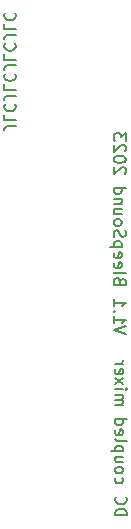
<source format=gbo>
G04 #@! TF.GenerationSoftware,KiCad,Pcbnew,7.0.5.1-1-g8f565ef7f0-dirty-deb11*
G04 #@! TF.CreationDate,2023-06-10T15:43:30+00:00*
G04 #@! TF.ProjectId,Basic-DC-mixer,42617369-632d-4444-932d-6d697865722e,rev?*
G04 #@! TF.SameCoordinates,Original*
G04 #@! TF.FileFunction,Legend,Bot*
G04 #@! TF.FilePolarity,Positive*
%FSLAX46Y46*%
G04 Gerber Fmt 4.6, Leading zero omitted, Abs format (unit mm)*
G04 Created by KiCad (PCBNEW 7.0.5.1-1-g8f565ef7f0-dirty-deb11) date 2023-06-10 15:43:30*
%MOMM*%
%LPD*%
G01*
G04 APERTURE LIST*
%ADD10C,0.150000*%
%ADD11C,0.100000*%
%ADD12O,6.700000X4.200000*%
G04 APERTURE END LIST*
D10*
X82445180Y-110600000D02*
X83445180Y-110600000D01*
X83445180Y-110600000D02*
X83445180Y-110361905D01*
X83445180Y-110361905D02*
X83397561Y-110219048D01*
X83397561Y-110219048D02*
X83302323Y-110123810D01*
X83302323Y-110123810D02*
X83207085Y-110076191D01*
X83207085Y-110076191D02*
X83016609Y-110028572D01*
X83016609Y-110028572D02*
X82873752Y-110028572D01*
X82873752Y-110028572D02*
X82683276Y-110076191D01*
X82683276Y-110076191D02*
X82588038Y-110123810D01*
X82588038Y-110123810D02*
X82492800Y-110219048D01*
X82492800Y-110219048D02*
X82445180Y-110361905D01*
X82445180Y-110361905D02*
X82445180Y-110600000D01*
X82540419Y-109028572D02*
X82492800Y-109076191D01*
X82492800Y-109076191D02*
X82445180Y-109219048D01*
X82445180Y-109219048D02*
X82445180Y-109314286D01*
X82445180Y-109314286D02*
X82492800Y-109457143D01*
X82492800Y-109457143D02*
X82588038Y-109552381D01*
X82588038Y-109552381D02*
X82683276Y-109600000D01*
X82683276Y-109600000D02*
X82873752Y-109647619D01*
X82873752Y-109647619D02*
X83016609Y-109647619D01*
X83016609Y-109647619D02*
X83207085Y-109600000D01*
X83207085Y-109600000D02*
X83302323Y-109552381D01*
X83302323Y-109552381D02*
X83397561Y-109457143D01*
X83397561Y-109457143D02*
X83445180Y-109314286D01*
X83445180Y-109314286D02*
X83445180Y-109219048D01*
X83445180Y-109219048D02*
X83397561Y-109076191D01*
X83397561Y-109076191D02*
X83349942Y-109028572D01*
X82492800Y-107409524D02*
X82445180Y-107504762D01*
X82445180Y-107504762D02*
X82445180Y-107695238D01*
X82445180Y-107695238D02*
X82492800Y-107790476D01*
X82492800Y-107790476D02*
X82540419Y-107838095D01*
X82540419Y-107838095D02*
X82635657Y-107885714D01*
X82635657Y-107885714D02*
X82921371Y-107885714D01*
X82921371Y-107885714D02*
X83016609Y-107838095D01*
X83016609Y-107838095D02*
X83064228Y-107790476D01*
X83064228Y-107790476D02*
X83111847Y-107695238D01*
X83111847Y-107695238D02*
X83111847Y-107504762D01*
X83111847Y-107504762D02*
X83064228Y-107409524D01*
X82445180Y-106838095D02*
X82492800Y-106933333D01*
X82492800Y-106933333D02*
X82540419Y-106980952D01*
X82540419Y-106980952D02*
X82635657Y-107028571D01*
X82635657Y-107028571D02*
X82921371Y-107028571D01*
X82921371Y-107028571D02*
X83016609Y-106980952D01*
X83016609Y-106980952D02*
X83064228Y-106933333D01*
X83064228Y-106933333D02*
X83111847Y-106838095D01*
X83111847Y-106838095D02*
X83111847Y-106695238D01*
X83111847Y-106695238D02*
X83064228Y-106600000D01*
X83064228Y-106600000D02*
X83016609Y-106552381D01*
X83016609Y-106552381D02*
X82921371Y-106504762D01*
X82921371Y-106504762D02*
X82635657Y-106504762D01*
X82635657Y-106504762D02*
X82540419Y-106552381D01*
X82540419Y-106552381D02*
X82492800Y-106600000D01*
X82492800Y-106600000D02*
X82445180Y-106695238D01*
X82445180Y-106695238D02*
X82445180Y-106838095D01*
X83111847Y-105647619D02*
X82445180Y-105647619D01*
X83111847Y-106076190D02*
X82588038Y-106076190D01*
X82588038Y-106076190D02*
X82492800Y-106028571D01*
X82492800Y-106028571D02*
X82445180Y-105933333D01*
X82445180Y-105933333D02*
X82445180Y-105790476D01*
X82445180Y-105790476D02*
X82492800Y-105695238D01*
X82492800Y-105695238D02*
X82540419Y-105647619D01*
X83111847Y-105171428D02*
X82111847Y-105171428D01*
X83064228Y-105171428D02*
X83111847Y-105076190D01*
X83111847Y-105076190D02*
X83111847Y-104885714D01*
X83111847Y-104885714D02*
X83064228Y-104790476D01*
X83064228Y-104790476D02*
X83016609Y-104742857D01*
X83016609Y-104742857D02*
X82921371Y-104695238D01*
X82921371Y-104695238D02*
X82635657Y-104695238D01*
X82635657Y-104695238D02*
X82540419Y-104742857D01*
X82540419Y-104742857D02*
X82492800Y-104790476D01*
X82492800Y-104790476D02*
X82445180Y-104885714D01*
X82445180Y-104885714D02*
X82445180Y-105076190D01*
X82445180Y-105076190D02*
X82492800Y-105171428D01*
X82445180Y-104123809D02*
X82492800Y-104219047D01*
X82492800Y-104219047D02*
X82588038Y-104266666D01*
X82588038Y-104266666D02*
X83445180Y-104266666D01*
X82492800Y-103361904D02*
X82445180Y-103457142D01*
X82445180Y-103457142D02*
X82445180Y-103647618D01*
X82445180Y-103647618D02*
X82492800Y-103742856D01*
X82492800Y-103742856D02*
X82588038Y-103790475D01*
X82588038Y-103790475D02*
X82968990Y-103790475D01*
X82968990Y-103790475D02*
X83064228Y-103742856D01*
X83064228Y-103742856D02*
X83111847Y-103647618D01*
X83111847Y-103647618D02*
X83111847Y-103457142D01*
X83111847Y-103457142D02*
X83064228Y-103361904D01*
X83064228Y-103361904D02*
X82968990Y-103314285D01*
X82968990Y-103314285D02*
X82873752Y-103314285D01*
X82873752Y-103314285D02*
X82778514Y-103790475D01*
X82445180Y-102457142D02*
X83445180Y-102457142D01*
X82492800Y-102457142D02*
X82445180Y-102552380D01*
X82445180Y-102552380D02*
X82445180Y-102742856D01*
X82445180Y-102742856D02*
X82492800Y-102838094D01*
X82492800Y-102838094D02*
X82540419Y-102885713D01*
X82540419Y-102885713D02*
X82635657Y-102933332D01*
X82635657Y-102933332D02*
X82921371Y-102933332D01*
X82921371Y-102933332D02*
X83016609Y-102885713D01*
X83016609Y-102885713D02*
X83064228Y-102838094D01*
X83064228Y-102838094D02*
X83111847Y-102742856D01*
X83111847Y-102742856D02*
X83111847Y-102552380D01*
X83111847Y-102552380D02*
X83064228Y-102457142D01*
X82445180Y-101219046D02*
X83111847Y-101219046D01*
X83016609Y-101219046D02*
X83064228Y-101171427D01*
X83064228Y-101171427D02*
X83111847Y-101076189D01*
X83111847Y-101076189D02*
X83111847Y-100933332D01*
X83111847Y-100933332D02*
X83064228Y-100838094D01*
X83064228Y-100838094D02*
X82968990Y-100790475D01*
X82968990Y-100790475D02*
X82445180Y-100790475D01*
X82968990Y-100790475D02*
X83064228Y-100742856D01*
X83064228Y-100742856D02*
X83111847Y-100647618D01*
X83111847Y-100647618D02*
X83111847Y-100504761D01*
X83111847Y-100504761D02*
X83064228Y-100409522D01*
X83064228Y-100409522D02*
X82968990Y-100361903D01*
X82968990Y-100361903D02*
X82445180Y-100361903D01*
X82445180Y-99885713D02*
X83111847Y-99885713D01*
X83445180Y-99885713D02*
X83397561Y-99933332D01*
X83397561Y-99933332D02*
X83349942Y-99885713D01*
X83349942Y-99885713D02*
X83397561Y-99838094D01*
X83397561Y-99838094D02*
X83445180Y-99885713D01*
X83445180Y-99885713D02*
X83349942Y-99885713D01*
X82445180Y-99504761D02*
X83111847Y-98980952D01*
X83111847Y-99504761D02*
X82445180Y-98980952D01*
X82492800Y-98219047D02*
X82445180Y-98314285D01*
X82445180Y-98314285D02*
X82445180Y-98504761D01*
X82445180Y-98504761D02*
X82492800Y-98599999D01*
X82492800Y-98599999D02*
X82588038Y-98647618D01*
X82588038Y-98647618D02*
X82968990Y-98647618D01*
X82968990Y-98647618D02*
X83064228Y-98599999D01*
X83064228Y-98599999D02*
X83111847Y-98504761D01*
X83111847Y-98504761D02*
X83111847Y-98314285D01*
X83111847Y-98314285D02*
X83064228Y-98219047D01*
X83064228Y-98219047D02*
X82968990Y-98171428D01*
X82968990Y-98171428D02*
X82873752Y-98171428D01*
X82873752Y-98171428D02*
X82778514Y-98647618D01*
X82445180Y-97742856D02*
X83111847Y-97742856D01*
X82921371Y-97742856D02*
X83016609Y-97695237D01*
X83016609Y-97695237D02*
X83064228Y-97647618D01*
X83064228Y-97647618D02*
X83111847Y-97552380D01*
X83111847Y-97552380D02*
X83111847Y-97457142D01*
X83345180Y-95247619D02*
X82345180Y-94914286D01*
X82345180Y-94914286D02*
X83345180Y-94580953D01*
X82345180Y-93723810D02*
X82345180Y-94295238D01*
X82345180Y-94009524D02*
X83345180Y-94009524D01*
X83345180Y-94009524D02*
X83202323Y-94104762D01*
X83202323Y-94104762D02*
X83107085Y-94200000D01*
X83107085Y-94200000D02*
X83059466Y-94295238D01*
X82440419Y-93295238D02*
X82392800Y-93247619D01*
X82392800Y-93247619D02*
X82345180Y-93295238D01*
X82345180Y-93295238D02*
X82392800Y-93342857D01*
X82392800Y-93342857D02*
X82440419Y-93295238D01*
X82440419Y-93295238D02*
X82345180Y-93295238D01*
X82345180Y-92295239D02*
X82345180Y-92866667D01*
X82345180Y-92580953D02*
X83345180Y-92580953D01*
X83345180Y-92580953D02*
X83202323Y-92676191D01*
X83202323Y-92676191D02*
X83107085Y-92771429D01*
X83107085Y-92771429D02*
X83059466Y-92866667D01*
X82868990Y-90771429D02*
X82821371Y-90628572D01*
X82821371Y-90628572D02*
X82773752Y-90580953D01*
X82773752Y-90580953D02*
X82678514Y-90533334D01*
X82678514Y-90533334D02*
X82535657Y-90533334D01*
X82535657Y-90533334D02*
X82440419Y-90580953D01*
X82440419Y-90580953D02*
X82392800Y-90628572D01*
X82392800Y-90628572D02*
X82345180Y-90723810D01*
X82345180Y-90723810D02*
X82345180Y-91104762D01*
X82345180Y-91104762D02*
X83345180Y-91104762D01*
X83345180Y-91104762D02*
X83345180Y-90771429D01*
X83345180Y-90771429D02*
X83297561Y-90676191D01*
X83297561Y-90676191D02*
X83249942Y-90628572D01*
X83249942Y-90628572D02*
X83154704Y-90580953D01*
X83154704Y-90580953D02*
X83059466Y-90580953D01*
X83059466Y-90580953D02*
X82964228Y-90628572D01*
X82964228Y-90628572D02*
X82916609Y-90676191D01*
X82916609Y-90676191D02*
X82868990Y-90771429D01*
X82868990Y-90771429D02*
X82868990Y-91104762D01*
X82345180Y-89961905D02*
X82392800Y-90057143D01*
X82392800Y-90057143D02*
X82488038Y-90104762D01*
X82488038Y-90104762D02*
X83345180Y-90104762D01*
X82392800Y-89200000D02*
X82345180Y-89295238D01*
X82345180Y-89295238D02*
X82345180Y-89485714D01*
X82345180Y-89485714D02*
X82392800Y-89580952D01*
X82392800Y-89580952D02*
X82488038Y-89628571D01*
X82488038Y-89628571D02*
X82868990Y-89628571D01*
X82868990Y-89628571D02*
X82964228Y-89580952D01*
X82964228Y-89580952D02*
X83011847Y-89485714D01*
X83011847Y-89485714D02*
X83011847Y-89295238D01*
X83011847Y-89295238D02*
X82964228Y-89200000D01*
X82964228Y-89200000D02*
X82868990Y-89152381D01*
X82868990Y-89152381D02*
X82773752Y-89152381D01*
X82773752Y-89152381D02*
X82678514Y-89628571D01*
X82392800Y-88342857D02*
X82345180Y-88438095D01*
X82345180Y-88438095D02*
X82345180Y-88628571D01*
X82345180Y-88628571D02*
X82392800Y-88723809D01*
X82392800Y-88723809D02*
X82488038Y-88771428D01*
X82488038Y-88771428D02*
X82868990Y-88771428D01*
X82868990Y-88771428D02*
X82964228Y-88723809D01*
X82964228Y-88723809D02*
X83011847Y-88628571D01*
X83011847Y-88628571D02*
X83011847Y-88438095D01*
X83011847Y-88438095D02*
X82964228Y-88342857D01*
X82964228Y-88342857D02*
X82868990Y-88295238D01*
X82868990Y-88295238D02*
X82773752Y-88295238D01*
X82773752Y-88295238D02*
X82678514Y-88771428D01*
X83011847Y-87866666D02*
X82011847Y-87866666D01*
X82964228Y-87866666D02*
X83011847Y-87771428D01*
X83011847Y-87771428D02*
X83011847Y-87580952D01*
X83011847Y-87580952D02*
X82964228Y-87485714D01*
X82964228Y-87485714D02*
X82916609Y-87438095D01*
X82916609Y-87438095D02*
X82821371Y-87390476D01*
X82821371Y-87390476D02*
X82535657Y-87390476D01*
X82535657Y-87390476D02*
X82440419Y-87438095D01*
X82440419Y-87438095D02*
X82392800Y-87485714D01*
X82392800Y-87485714D02*
X82345180Y-87580952D01*
X82345180Y-87580952D02*
X82345180Y-87771428D01*
X82345180Y-87771428D02*
X82392800Y-87866666D01*
X82392800Y-87009523D02*
X82345180Y-86866666D01*
X82345180Y-86866666D02*
X82345180Y-86628571D01*
X82345180Y-86628571D02*
X82392800Y-86533333D01*
X82392800Y-86533333D02*
X82440419Y-86485714D01*
X82440419Y-86485714D02*
X82535657Y-86438095D01*
X82535657Y-86438095D02*
X82630895Y-86438095D01*
X82630895Y-86438095D02*
X82726133Y-86485714D01*
X82726133Y-86485714D02*
X82773752Y-86533333D01*
X82773752Y-86533333D02*
X82821371Y-86628571D01*
X82821371Y-86628571D02*
X82868990Y-86819047D01*
X82868990Y-86819047D02*
X82916609Y-86914285D01*
X82916609Y-86914285D02*
X82964228Y-86961904D01*
X82964228Y-86961904D02*
X83059466Y-87009523D01*
X83059466Y-87009523D02*
X83154704Y-87009523D01*
X83154704Y-87009523D02*
X83249942Y-86961904D01*
X83249942Y-86961904D02*
X83297561Y-86914285D01*
X83297561Y-86914285D02*
X83345180Y-86819047D01*
X83345180Y-86819047D02*
X83345180Y-86580952D01*
X83345180Y-86580952D02*
X83297561Y-86438095D01*
X82345180Y-85866666D02*
X82392800Y-85961904D01*
X82392800Y-85961904D02*
X82440419Y-86009523D01*
X82440419Y-86009523D02*
X82535657Y-86057142D01*
X82535657Y-86057142D02*
X82821371Y-86057142D01*
X82821371Y-86057142D02*
X82916609Y-86009523D01*
X82916609Y-86009523D02*
X82964228Y-85961904D01*
X82964228Y-85961904D02*
X83011847Y-85866666D01*
X83011847Y-85866666D02*
X83011847Y-85723809D01*
X83011847Y-85723809D02*
X82964228Y-85628571D01*
X82964228Y-85628571D02*
X82916609Y-85580952D01*
X82916609Y-85580952D02*
X82821371Y-85533333D01*
X82821371Y-85533333D02*
X82535657Y-85533333D01*
X82535657Y-85533333D02*
X82440419Y-85580952D01*
X82440419Y-85580952D02*
X82392800Y-85628571D01*
X82392800Y-85628571D02*
X82345180Y-85723809D01*
X82345180Y-85723809D02*
X82345180Y-85866666D01*
X83011847Y-84676190D02*
X82345180Y-84676190D01*
X83011847Y-85104761D02*
X82488038Y-85104761D01*
X82488038Y-85104761D02*
X82392800Y-85057142D01*
X82392800Y-85057142D02*
X82345180Y-84961904D01*
X82345180Y-84961904D02*
X82345180Y-84819047D01*
X82345180Y-84819047D02*
X82392800Y-84723809D01*
X82392800Y-84723809D02*
X82440419Y-84676190D01*
X83011847Y-84199999D02*
X82345180Y-84199999D01*
X82916609Y-84199999D02*
X82964228Y-84152380D01*
X82964228Y-84152380D02*
X83011847Y-84057142D01*
X83011847Y-84057142D02*
X83011847Y-83914285D01*
X83011847Y-83914285D02*
X82964228Y-83819047D01*
X82964228Y-83819047D02*
X82868990Y-83771428D01*
X82868990Y-83771428D02*
X82345180Y-83771428D01*
X82345180Y-82866666D02*
X83345180Y-82866666D01*
X82392800Y-82866666D02*
X82345180Y-82961904D01*
X82345180Y-82961904D02*
X82345180Y-83152380D01*
X82345180Y-83152380D02*
X82392800Y-83247618D01*
X82392800Y-83247618D02*
X82440419Y-83295237D01*
X82440419Y-83295237D02*
X82535657Y-83342856D01*
X82535657Y-83342856D02*
X82821371Y-83342856D01*
X82821371Y-83342856D02*
X82916609Y-83295237D01*
X82916609Y-83295237D02*
X82964228Y-83247618D01*
X82964228Y-83247618D02*
X83011847Y-83152380D01*
X83011847Y-83152380D02*
X83011847Y-82961904D01*
X83011847Y-82961904D02*
X82964228Y-82866666D01*
X83249942Y-81676189D02*
X83297561Y-81628570D01*
X83297561Y-81628570D02*
X83345180Y-81533332D01*
X83345180Y-81533332D02*
X83345180Y-81295237D01*
X83345180Y-81295237D02*
X83297561Y-81199999D01*
X83297561Y-81199999D02*
X83249942Y-81152380D01*
X83249942Y-81152380D02*
X83154704Y-81104761D01*
X83154704Y-81104761D02*
X83059466Y-81104761D01*
X83059466Y-81104761D02*
X82916609Y-81152380D01*
X82916609Y-81152380D02*
X82345180Y-81723808D01*
X82345180Y-81723808D02*
X82345180Y-81104761D01*
X83345180Y-80485713D02*
X83345180Y-80390475D01*
X83345180Y-80390475D02*
X83297561Y-80295237D01*
X83297561Y-80295237D02*
X83249942Y-80247618D01*
X83249942Y-80247618D02*
X83154704Y-80199999D01*
X83154704Y-80199999D02*
X82964228Y-80152380D01*
X82964228Y-80152380D02*
X82726133Y-80152380D01*
X82726133Y-80152380D02*
X82535657Y-80199999D01*
X82535657Y-80199999D02*
X82440419Y-80247618D01*
X82440419Y-80247618D02*
X82392800Y-80295237D01*
X82392800Y-80295237D02*
X82345180Y-80390475D01*
X82345180Y-80390475D02*
X82345180Y-80485713D01*
X82345180Y-80485713D02*
X82392800Y-80580951D01*
X82392800Y-80580951D02*
X82440419Y-80628570D01*
X82440419Y-80628570D02*
X82535657Y-80676189D01*
X82535657Y-80676189D02*
X82726133Y-80723808D01*
X82726133Y-80723808D02*
X82964228Y-80723808D01*
X82964228Y-80723808D02*
X83154704Y-80676189D01*
X83154704Y-80676189D02*
X83249942Y-80628570D01*
X83249942Y-80628570D02*
X83297561Y-80580951D01*
X83297561Y-80580951D02*
X83345180Y-80485713D01*
X83249942Y-79771427D02*
X83297561Y-79723808D01*
X83297561Y-79723808D02*
X83345180Y-79628570D01*
X83345180Y-79628570D02*
X83345180Y-79390475D01*
X83345180Y-79390475D02*
X83297561Y-79295237D01*
X83297561Y-79295237D02*
X83249942Y-79247618D01*
X83249942Y-79247618D02*
X83154704Y-79199999D01*
X83154704Y-79199999D02*
X83059466Y-79199999D01*
X83059466Y-79199999D02*
X82916609Y-79247618D01*
X82916609Y-79247618D02*
X82345180Y-79819046D01*
X82345180Y-79819046D02*
X82345180Y-79199999D01*
X83345180Y-78866665D02*
X83345180Y-78247618D01*
X83345180Y-78247618D02*
X82964228Y-78580951D01*
X82964228Y-78580951D02*
X82964228Y-78438094D01*
X82964228Y-78438094D02*
X82916609Y-78342856D01*
X82916609Y-78342856D02*
X82868990Y-78295237D01*
X82868990Y-78295237D02*
X82773752Y-78247618D01*
X82773752Y-78247618D02*
X82535657Y-78247618D01*
X82535657Y-78247618D02*
X82440419Y-78295237D01*
X82440419Y-78295237D02*
X82392800Y-78342856D01*
X82392800Y-78342856D02*
X82345180Y-78438094D01*
X82345180Y-78438094D02*
X82345180Y-78723808D01*
X82345180Y-78723808D02*
X82392800Y-78819046D01*
X82392800Y-78819046D02*
X82440419Y-78866665D01*
X74045180Y-77619048D02*
X73330895Y-77619048D01*
X73330895Y-77619048D02*
X73188038Y-77666667D01*
X73188038Y-77666667D02*
X73092800Y-77761905D01*
X73092800Y-77761905D02*
X73045180Y-77904762D01*
X73045180Y-77904762D02*
X73045180Y-78000000D01*
X73045180Y-76666667D02*
X73045180Y-77142857D01*
X73045180Y-77142857D02*
X74045180Y-77142857D01*
X73140419Y-75761905D02*
X73092800Y-75809524D01*
X73092800Y-75809524D02*
X73045180Y-75952381D01*
X73045180Y-75952381D02*
X73045180Y-76047619D01*
X73045180Y-76047619D02*
X73092800Y-76190476D01*
X73092800Y-76190476D02*
X73188038Y-76285714D01*
X73188038Y-76285714D02*
X73283276Y-76333333D01*
X73283276Y-76333333D02*
X73473752Y-76380952D01*
X73473752Y-76380952D02*
X73616609Y-76380952D01*
X73616609Y-76380952D02*
X73807085Y-76333333D01*
X73807085Y-76333333D02*
X73902323Y-76285714D01*
X73902323Y-76285714D02*
X73997561Y-76190476D01*
X73997561Y-76190476D02*
X74045180Y-76047619D01*
X74045180Y-76047619D02*
X74045180Y-75952381D01*
X74045180Y-75952381D02*
X73997561Y-75809524D01*
X73997561Y-75809524D02*
X73949942Y-75761905D01*
X74045180Y-75047619D02*
X73330895Y-75047619D01*
X73330895Y-75047619D02*
X73188038Y-75095238D01*
X73188038Y-75095238D02*
X73092800Y-75190476D01*
X73092800Y-75190476D02*
X73045180Y-75333333D01*
X73045180Y-75333333D02*
X73045180Y-75428571D01*
X73045180Y-74095238D02*
X73045180Y-74571428D01*
X73045180Y-74571428D02*
X74045180Y-74571428D01*
X73140419Y-73190476D02*
X73092800Y-73238095D01*
X73092800Y-73238095D02*
X73045180Y-73380952D01*
X73045180Y-73380952D02*
X73045180Y-73476190D01*
X73045180Y-73476190D02*
X73092800Y-73619047D01*
X73092800Y-73619047D02*
X73188038Y-73714285D01*
X73188038Y-73714285D02*
X73283276Y-73761904D01*
X73283276Y-73761904D02*
X73473752Y-73809523D01*
X73473752Y-73809523D02*
X73616609Y-73809523D01*
X73616609Y-73809523D02*
X73807085Y-73761904D01*
X73807085Y-73761904D02*
X73902323Y-73714285D01*
X73902323Y-73714285D02*
X73997561Y-73619047D01*
X73997561Y-73619047D02*
X74045180Y-73476190D01*
X74045180Y-73476190D02*
X74045180Y-73380952D01*
X74045180Y-73380952D02*
X73997561Y-73238095D01*
X73997561Y-73238095D02*
X73949942Y-73190476D01*
X74045180Y-72476190D02*
X73330895Y-72476190D01*
X73330895Y-72476190D02*
X73188038Y-72523809D01*
X73188038Y-72523809D02*
X73092800Y-72619047D01*
X73092800Y-72619047D02*
X73045180Y-72761904D01*
X73045180Y-72761904D02*
X73045180Y-72857142D01*
X73045180Y-71523809D02*
X73045180Y-71999999D01*
X73045180Y-71999999D02*
X74045180Y-71999999D01*
X73140419Y-70619047D02*
X73092800Y-70666666D01*
X73092800Y-70666666D02*
X73045180Y-70809523D01*
X73045180Y-70809523D02*
X73045180Y-70904761D01*
X73045180Y-70904761D02*
X73092800Y-71047618D01*
X73092800Y-71047618D02*
X73188038Y-71142856D01*
X73188038Y-71142856D02*
X73283276Y-71190475D01*
X73283276Y-71190475D02*
X73473752Y-71238094D01*
X73473752Y-71238094D02*
X73616609Y-71238094D01*
X73616609Y-71238094D02*
X73807085Y-71190475D01*
X73807085Y-71190475D02*
X73902323Y-71142856D01*
X73902323Y-71142856D02*
X73997561Y-71047618D01*
X73997561Y-71047618D02*
X74045180Y-70904761D01*
X74045180Y-70904761D02*
X74045180Y-70809523D01*
X74045180Y-70809523D02*
X73997561Y-70666666D01*
X73997561Y-70666666D02*
X73949942Y-70619047D01*
X74045180Y-69904761D02*
X73330895Y-69904761D01*
X73330895Y-69904761D02*
X73188038Y-69952380D01*
X73188038Y-69952380D02*
X73092800Y-70047618D01*
X73092800Y-70047618D02*
X73045180Y-70190475D01*
X73045180Y-70190475D02*
X73045180Y-70285713D01*
X73045180Y-68952380D02*
X73045180Y-69428570D01*
X73045180Y-69428570D02*
X74045180Y-69428570D01*
X73140419Y-68047618D02*
X73092800Y-68095237D01*
X73092800Y-68095237D02*
X73045180Y-68238094D01*
X73045180Y-68238094D02*
X73045180Y-68333332D01*
X73045180Y-68333332D02*
X73092800Y-68476189D01*
X73092800Y-68476189D02*
X73188038Y-68571427D01*
X73188038Y-68571427D02*
X73283276Y-68619046D01*
X73283276Y-68619046D02*
X73473752Y-68666665D01*
X73473752Y-68666665D02*
X73616609Y-68666665D01*
X73616609Y-68666665D02*
X73807085Y-68619046D01*
X73807085Y-68619046D02*
X73902323Y-68571427D01*
X73902323Y-68571427D02*
X73997561Y-68476189D01*
X73997561Y-68476189D02*
X74045180Y-68333332D01*
X74045180Y-68333332D02*
X74045180Y-68238094D01*
X74045180Y-68238094D02*
X73997561Y-68095237D01*
X73997561Y-68095237D02*
X73949942Y-68047618D01*
%LPC*%
D11*
X91000000Y-52500000D02*
X86000000Y-52500000D01*
X86000000Y-47500000D01*
X91000000Y-47500000D01*
X91000000Y-52500000D01*
G36*
X91000000Y-52500000D02*
G01*
X86000000Y-52500000D01*
X86000000Y-47500000D01*
X91000000Y-47500000D01*
X91000000Y-52500000D01*
G37*
X91000000Y-120000000D02*
X86000000Y-120000000D01*
X86000000Y-115000000D01*
X91000000Y-115000000D01*
X91000000Y-120000000D01*
G36*
X91000000Y-120000000D02*
G01*
X86000000Y-120000000D01*
X86000000Y-115000000D01*
X91000000Y-115000000D01*
X91000000Y-120000000D01*
G37*
X91000000Y-75000000D02*
X86000000Y-75000000D01*
X86000000Y-70000000D01*
X91000000Y-70000000D01*
X91000000Y-75000000D01*
G36*
X91000000Y-75000000D02*
G01*
X86000000Y-75000000D01*
X86000000Y-70000000D01*
X91000000Y-70000000D01*
X91000000Y-75000000D01*
G37*
X91000000Y-97500000D02*
X86000000Y-97500000D01*
X86000000Y-92500000D01*
X91000000Y-92500000D01*
X91000000Y-97500000D01*
G36*
X91000000Y-97500000D02*
G01*
X86000000Y-97500000D01*
X86000000Y-92500000D01*
X91000000Y-92500000D01*
X91000000Y-97500000D01*
G37*
D12*
X79500000Y-147000000D03*
X79500000Y-25000000D03*
X104500000Y-147000000D03*
X104500000Y-25000000D03*
%LPD*%
M02*

</source>
